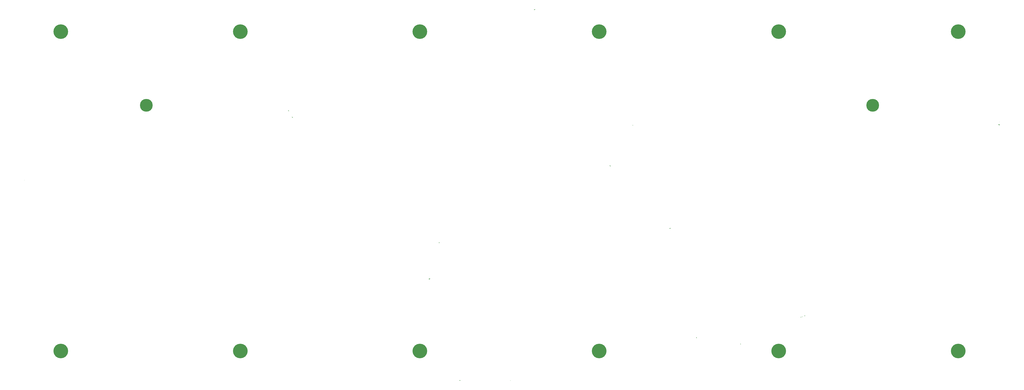
<source format=gbr>
%TF.GenerationSoftware,KiCad,Pcbnew,(5.99.0-2555-g9cc6a77cc-dirty)*%
%TF.CreationDate,2020-08-05T15:04:55-04:00*%
%TF.ProjectId,bottom,626f7474-6f6d-42e6-9b69-6361645f7063,rev?*%
%TF.SameCoordinates,Original*%
%TF.FileFunction,Soldermask,Bot*%
%TF.FilePolarity,Negative*%
%FSLAX46Y46*%
G04 Gerber Fmt 4.6, Leading zero omitted, Abs format (unit mm)*
G04 Created by KiCad (PCBNEW (5.99.0-2555-g9cc6a77cc-dirty)) date 2020-08-05 15:04:55*
%MOMM*%
%LPD*%
G01*
G04 APERTURE LIST*
%ADD10C,5.000000*%
%ADD11C,5.700000*%
G04 APERTURE END LIST*
%TO.C,HL2*%
G36*
X86992748Y-16620472D02*
G01*
X87026375Y-16657920D01*
X87026286Y-16734582D01*
X87023009Y-16751103D01*
X86992816Y-16802262D01*
X86922375Y-16847757D01*
X86796429Y-16898465D01*
X86750537Y-16914636D01*
X86634685Y-16948713D01*
X86566572Y-16949334D01*
X86531872Y-16913397D01*
X86516257Y-16837800D01*
X86516021Y-16835650D01*
X86518206Y-16786134D01*
X86547009Y-16748974D01*
X86616813Y-16713390D01*
X86742000Y-16668603D01*
X86785749Y-16654258D01*
X86915757Y-16619998D01*
X86992748Y-16620472D01*
G37*
G36*
X118381532Y-56495847D02*
G01*
X118401350Y-56540766D01*
X118385760Y-56566306D01*
X118311848Y-56571429D01*
X118284790Y-56571309D01*
X118217021Y-56565031D01*
X118214502Y-56539942D01*
X118271398Y-56483328D01*
X118311401Y-56449645D01*
X118347313Y-56444389D01*
X118381532Y-56495847D01*
G37*
G36*
X157261548Y27591031D02*
G01*
X157313798Y27536359D01*
X157382568Y27423554D01*
X157404944Y27383406D01*
X157446212Y27296044D01*
X157452666Y27240778D01*
X157428572Y27196553D01*
X157381417Y27156227D01*
X157331636Y27159587D01*
X157267773Y27213036D01*
X157177998Y27322520D01*
X157056424Y27481485D01*
X157138133Y27547650D01*
X157148152Y27555658D01*
X157211205Y27594990D01*
X157261548Y27591031D01*
G37*
G36*
X114936000Y88553286D02*
G01*
X114917857Y88535143D01*
X114899714Y88553286D01*
X114917857Y88571428D01*
X114936000Y88553286D01*
G37*
G36*
X208204049Y-42149716D02*
G01*
X208224106Y-42215049D01*
X208188839Y-42294743D01*
X208141950Y-42334554D01*
X208069453Y-42337551D01*
X208006772Y-42270962D01*
X207985987Y-42204085D01*
X208018425Y-42149318D01*
X208116998Y-42121686D01*
X208137842Y-42120841D01*
X208204049Y-42149716D01*
G37*
G36*
X233202460Y-31076629D02*
G01*
X233264621Y-31136837D01*
X233285713Y-31195520D01*
X233262546Y-31253447D01*
X233173000Y-31288641D01*
X233112981Y-31293098D01*
X233058595Y-31256988D01*
X233051999Y-31166542D01*
X233069432Y-31116574D01*
X233128599Y-31071104D01*
X233202460Y-31076629D01*
G37*
G36*
X308786464Y43631918D02*
G01*
X308805636Y43626093D01*
X308903461Y43598527D01*
X309019214Y43567956D01*
X309053804Y43558849D01*
X309133311Y43529071D01*
X309166661Y43486485D01*
X309173428Y43411197D01*
X309172757Y43363421D01*
X309160092Y43316198D01*
X309115601Y43303782D01*
X309019214Y43313452D01*
X308969985Y43321233D01*
X308829694Y43358842D01*
X308714445Y43410792D01*
X308647909Y43467278D01*
X308643165Y43506718D01*
X308666857Y43579812D01*
X308713274Y43632744D01*
X308786464Y43631918D01*
G37*
G36*
X98785198Y-56411733D02*
G01*
X98790815Y-56418959D01*
X98840871Y-56492513D01*
X98861429Y-56540036D01*
X98859631Y-56543595D01*
X98812383Y-56557747D01*
X98714016Y-56567681D01*
X98582029Y-56571429D01*
X98439525Y-56569343D01*
X98362769Y-56558708D01*
X98355087Y-56533140D01*
X98414810Y-56486253D01*
X98540269Y-56411663D01*
X98708968Y-56314821D01*
X98785198Y-56411733D01*
G37*
G36*
X127959271Y88570686D02*
G01*
X128031856Y88564229D01*
X128052269Y88547108D01*
X128033101Y88514540D01*
X128024201Y88504878D01*
X127952317Y88447679D01*
X127856301Y88389144D01*
X127781850Y88352022D01*
X127695197Y88324064D01*
X127639326Y88338628D01*
X127596397Y88396199D01*
X127579337Y88457841D01*
X127615604Y88520131D01*
X127717569Y88558401D01*
X127883235Y88571428D01*
X127959271Y88570686D01*
G37*
G36*
X-71175267Y21843732D02*
G01*
X-71161106Y21813763D01*
X-71159821Y21762090D01*
X-71175449Y21741481D01*
X-71200670Y21744350D01*
X-71209159Y21814786D01*
X-71208888Y21829846D01*
X-71200418Y21869435D01*
X-71175267Y21843732D01*
G37*
G36*
X166141139Y43331660D02*
G01*
X166146850Y43325575D01*
X166160382Y43278841D01*
X166117776Y43215143D01*
X166069884Y43168286D01*
X166013094Y43144816D01*
X165969595Y43181660D01*
X165974503Y43232027D01*
X166021479Y43298177D01*
X166039219Y43315225D01*
X166096730Y43350803D01*
X166141139Y43331660D01*
G37*
G36*
X190953789Y-39625581D02*
G01*
X191010805Y-39662285D01*
X191049981Y-39725545D01*
X191027544Y-39806679D01*
X190991468Y-39855236D01*
X190921187Y-39875885D01*
X190827451Y-39829971D01*
X190784687Y-39792828D01*
X190781654Y-39753128D01*
X190821754Y-39684214D01*
X190847988Y-39647295D01*
X190896764Y-39610676D01*
X190953789Y-39625581D01*
G37*
G36*
X309166003Y44679221D02*
G01*
X309172325Y44609471D01*
X309170284Y44553472D01*
X309159395Y44531693D01*
X309132279Y44569426D01*
X309112388Y44619295D01*
X309133383Y44676468D01*
X309142302Y44684333D01*
X309166003Y44679221D01*
G37*
G36*
X180794073Y3099707D02*
G01*
X180876232Y3067608D01*
X180902382Y3000428D01*
X180864243Y2915506D01*
X180825613Y2886768D01*
X180743318Y2871892D01*
X180730465Y2874227D01*
X180681221Y2908340D01*
X180667571Y2991571D01*
X180670877Y3048813D01*
X180699168Y3091381D01*
X180775932Y3100428D01*
X180794073Y3099707D01*
G37*
G36*
X232205171Y-31477236D02*
G01*
X232240060Y-31519186D01*
X232235612Y-31557338D01*
X232178119Y-31610879D01*
X232130357Y-31646909D01*
X232082045Y-31660895D01*
X232037086Y-31629494D01*
X232010716Y-31588707D01*
X232006072Y-31518134D01*
X232048029Y-31459419D01*
X232125242Y-31436683D01*
X232205171Y-31477236D01*
G37*
G36*
X309173428Y43976286D02*
G01*
X309173164Y43958821D01*
X309162382Y43914882D01*
X309129886Y43932743D01*
X309105026Y43970451D01*
X309129886Y44019829D01*
X309138750Y44028164D01*
X309166111Y44033960D01*
X309173428Y43976286D01*
G37*
G36*
X90626989Y-2499859D02*
G01*
X90668988Y-2576157D01*
X90682020Y-2669653D01*
X90657977Y-2745042D01*
X90606038Y-2786433D01*
X90534163Y-2786658D01*
X90473617Y-2728302D01*
X90437612Y-2618927D01*
X90437455Y-2617826D01*
X90453773Y-2531780D01*
X90514364Y-2478892D01*
X90596827Y-2478866D01*
X90626989Y-2499859D01*
G37*
G36*
X31839587Y49097959D02*
G01*
X31924956Y48968821D01*
X31958760Y48906923D01*
X31990663Y48834945D01*
X31989283Y48795328D01*
X31957704Y48769271D01*
X31946886Y48763361D01*
X31902605Y48748013D01*
X31864238Y48763978D01*
X31818172Y48822023D01*
X31750792Y48932913D01*
X31720464Y48987482D01*
X31681669Y49084735D01*
X31690486Y49137286D01*
X31702770Y49147897D01*
X31766152Y49157201D01*
X31839587Y49097959D01*
G37*
G36*
X231741689Y-31683118D02*
G01*
X231762205Y-31743597D01*
X231736336Y-31810499D01*
X231706791Y-31837211D01*
X231632160Y-31856912D01*
X231567635Y-31827408D01*
X231540143Y-31756157D01*
X231559530Y-31685459D01*
X231615853Y-31637211D01*
X231684844Y-31633433D01*
X231741689Y-31683118D01*
G37*
G36*
X180493911Y3052588D02*
G01*
X180537272Y2980134D01*
X180526636Y2880595D01*
X180504218Y2847146D01*
X180441619Y2827258D01*
X180372020Y2854985D01*
X180320611Y2924909D01*
X180304069Y3017275D01*
X180342274Y3069940D01*
X180436230Y3076286D01*
X180493911Y3052588D01*
G37*
G36*
X33251192Y46637970D02*
G01*
X33299755Y46581769D01*
X33343425Y46511531D01*
X33364907Y46446053D01*
X33388330Y46385080D01*
X33444254Y46310362D01*
X33494829Y46250561D01*
X33499156Y46208477D01*
X33457547Y46154664D01*
X33427534Y46124226D01*
X33378912Y46100772D01*
X33337724Y46135429D01*
X33291244Y46234293D01*
X33238920Y46342215D01*
X33177106Y46440243D01*
X33137710Y46497255D01*
X33132775Y46542865D01*
X33173006Y46596441D01*
X33216455Y46639223D01*
X33251192Y46637970D01*
G37*
%TD*%
D10*
%TO.C,H14*%
X-23613000Y51080000D03*
%TD*%
%TO.C,H13*%
X259613000Y51080000D03*
%TD*%
D11*
%TO.C,H5*%
X223000000Y79852446D03*
%TD*%
%TO.C,H7*%
X-57000000Y-45000000D03*
%TD*%
%TO.C,H10*%
X153000000Y-45000000D03*
%TD*%
%TO.C,H9*%
X83000000Y-45000000D03*
%TD*%
%TO.C,H12*%
X293000000Y-45000000D03*
%TD*%
%TO.C,H4*%
X153000000Y79852446D03*
%TD*%
%TO.C,H8*%
X13000000Y-45000000D03*
%TD*%
%TO.C,H3*%
X83000000Y79852446D03*
%TD*%
%TO.C,H2*%
X13000000Y79852446D03*
%TD*%
%TO.C,H11*%
X223000000Y-45000000D03*
%TD*%
%TO.C,H1*%
X-57000000Y79852446D03*
%TD*%
%TO.C,H6*%
X293000000Y79852446D03*
%TD*%
M02*

</source>
